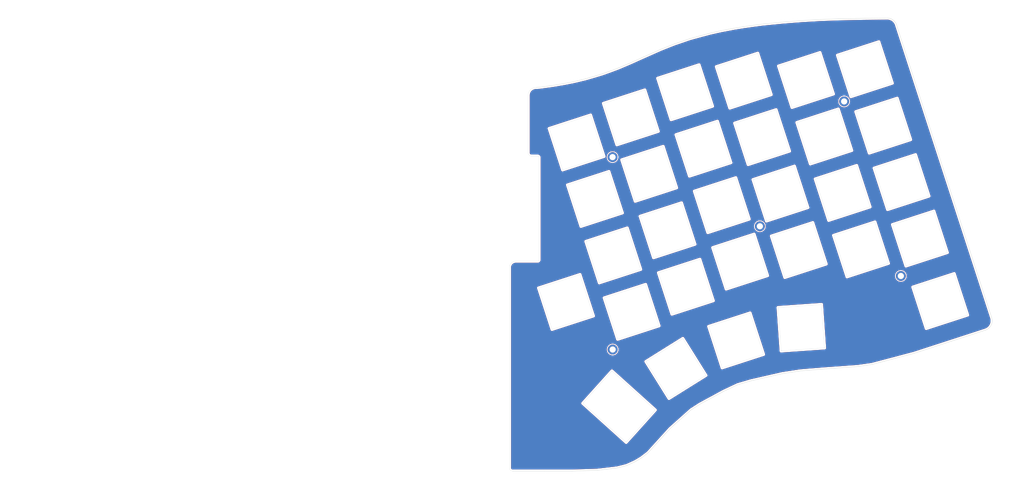
<source format=kicad_pcb>
(kicad_pcb (version 20211014) (generator pcbnew)
  (layers (0 "F.Cu" signal) (31 "B.Cu" signal) (34 "B.Paste" user) (35 "F.Paste" user) (36 "B.SilkS" user "B.Silkscreen") (37 "F.SilkS" user "F.Silkscreen") (38 "B.Mask" user) (39 "F.Mask" user) (44 "Edge.Cuts" user))
  (net 0 "")
  (footprint "" (layer "F.Cu") (at 276.673654 101.543586 18)
    (fp_text reference "" (at 0 0 18) (layer "F.SilkS") (effects (font (size 1.27 1.27))))
    (fp_text value "" (at 0 0 18) (layer "F.SilkS") (effects (font (size 1.27 1.27))))
    (pad "" thru_hole circle locked (at 0 0 90) (size 3.2 3.2) (drill 2) (layers *.Cu *.Mask "Dwgs.User") (clearance 0.3))
  )
  (footprint "" (layer "F.Cu") (at 231.43145 85.596597 18)
    (fp_text reference "" (at 0 0 18) (layer "F.SilkS") (effects (font (size 1.27 1.27))))
    (fp_text value "" (at 0 0 18) (layer "F.SilkS") (effects (font (size 1.27 1.27))))
    (pad "" thru_hole circle locked (at 0 0 90) (size 3.2 3.2) (drill 2) (layers *.Cu *.Mask "Dwgs.User") (clearance 0.3))
  )
  (footprint "" (layer "F.Cu") (at 184.158496 63.399594 18)
    (fp_text reference "" (at 0 0 18) (layer "F.SilkS") (effects (font (size 1.27 1.27))))
    (fp_text value "" (at 0 0 18) (layer "F.SilkS") (effects (font (size 1.27 1.27))))
    (pad "" thru_hole circle locked (at 0 0 90) (size 3.2 3.2) (drill 2) (layers *.Cu *.Mask "Dwgs.User") (clearance 0.3))
  )
  (footprint "" (layer "F.Cu") (at 184.191755 125.14905 18)
    (fp_text reference "" (at 0 0 18) (layer "F.SilkS") (effects (font (size 1.27 1.27))))
    (fp_text value "" (at 0 0 18) (layer "F.SilkS") (effects (font (size 1.27 1.27))))
    (pad "" thru_hole circle locked (at 0 0 90) (size 3.2 3.2) (drill 2) (layers *.Cu *.Mask "Dwgs.User") (clearance 0.3))
  )
  (footprint "" (layer "F.Cu") (at 258.47371 45.529926 18)
    (fp_text reference "" (at 0 0 18) (layer "F.SilkS") (effects (font (size 1.27 1.27))))
    (fp_text value "" (at 0 0 18) (layer "F.SilkS") (effects (font (size 1.27 1.27))))
    (pad "" thru_hole circle locked (at 0 0 90) (size 3.2 3.2) (drill 2) (layers *.Cu *.Mask "Dwgs.User") (clearance 0.3))
  )
  (gr_arc (start 160.598086 96.309413) (mid 160.451639 96.662966) (end 160.098086 96.809413) (layer "Edge.Cuts") (width 0.05))
  (gr_line (start 209.345503 144.498694) (end 212.190288 142.669898) (layer "Edge.Cuts") (width 0.099999))
  (gr_line (start 224.306103 136.421502) (end 228.624707 135.154153) (layer "Edge.Cuts") (width 0.099999))
  (gr_line (start 204.05419 27.075203) (end 209.074936 25.366074) (layer "Edge.Cuts") (width 0.099999))
  (gr_line (start 197.30791 95.698262) (end 210.622701 91.372023) (layer "Edge.Cuts") (width 0.05))
  (gr_line (start 185.619154 163.129621) (end 179.28575 163.87946) (layer "Edge.Cuts") (width 0.1))
  (gr_line (start 232.668396 20.688384) (end 238.873249 20.079605) (layer "Edge.Cuts") (width 0.099999))
  (gr_line (start 197.894344 144.554214) (end 188.526516 154.958242) (layer "Edge.Cuts") (width 0.05))
  (gr_line (start 273.138746 18.896265) (end 273.545147 19.048669) (layer "Edge.Cuts") (width 0.099999))
  (gr_line (start 229.594452 88.113966) (end 216.27966 92.440206) (layer "Edge.Cuts") (width 0.05))
  (gr_line (start 237.262013 111.649132) (end 251.22791 110.672541) (layer "Edge.Cuts") (width 0.05))
  (gr_line (start 206.714171 121.574728) (end 214.133041 133.447402) (layer "Edge.Cuts") (width 0.05))
  (gr_line (start 191.308769 161.17383) (end 193.288505 160.003494) (layer "Edge.Cuts") (width 0.099999))
  (gr_line (start 188.886775 86.117625) (end 175.571983 90.443865) (layer "Edge.Cuts") (width 0.05))
  (gr_arc (start 152.098086 164.133462) (mid 151.390979 163.840569) (end 151.098086 163.133462) (layer "Edge.Cuts") (width 0.05))
  (gr_line (start 256.754244 19.042683) (end 264.88143 18.871757) (layer "Edge.Cuts") (width 0.099999))
  (gr_line (start 244.955856 19.602394) (end 250.916187 19.256758) (layer "Edge.Cuts") (width 0.099999))
  (gr_line (start 198.868445 100.501095) (end 203.194682 113.815887) (layer "Edge.Cuts") (width 0.05))
  (gr_line (start 298.126512 114.085116) (end 293.800276 100.770323) (layer "Edge.Cuts") (width 0.05))
  (gr_line (start 232.629826 126.712533) (end 228.30359 113.39774) (layer "Edge.Cuts") (width 0.05))
  (gr_line (start 236.644944 48.166052) (end 223.330152 52.492292) (layer "Edge.Cuts") (width 0.05))
  (gr_line (start 204.506113 56.204951) (end 208.83235 69.519743) (layer "Edge.Cuts") (width 0.05))
  (gr_line (start 168.124672 67.523403) (end 181.439463 63.197164) (layer "Edge.Cuts") (width 0.05))
  (gr_line (start 169.685208 72.326235) (end 174.011445 85.641027) (layer "Edge.Cuts") (width 0.05))
  (gr_line (start 230.758171 30.048428) (end 217.443379 34.374668) (layer "Edge.Cuts") (width 0.05))
  (gr_line (start 249.179263 70.400577) (end 253.5055 83.715369) (layer "Edge.Cuts") (width 0.05))
  (gr_line (start 216.260368 47.07588) (end 211.934132 33.761087) (layer "Edge.Cuts") (width 0.05))
  (gr_line (start 273.968563 85.047109) (end 278.2948 98.361901) (layer "Edge.Cuts") (width 0.05))
  (gr_line (start 262.494055 66.074337) (end 249.179263 70.400577) (layer "Edge.Cuts") (width 0.05))
  (gr_line (start 227.656389 65.807084) (end 240.97118 61.480845) (layer "Edge.Cuts") (width 0.05))
  (gr_arc (start 158.098086 63.059413) (mid 157.390979 62.76652) (end 157.098086 62.059413) (layer "Edge.Cuts") (width 0.05))
  (gr_line (start 243.292488 52.282947) (end 247.618725 65.597739) (layer "Edge.Cuts") (width 0.05))
  (gr_line (start 178.50798 37.416251) (end 180.896085 36.693261) (layer "Edge.Cuts") (width 0.099999))
  (gr_line (start 255.066035 88.518202) (end 259.392272 101.832994) (layer "Edge.Cuts") (width 0.05))
  (gr_line (start 189.541511 33.326198) (end 193.542278 31.527389) (layer "Edge.Cuts") (width 0.099999))
  (gr_line (start 229.216927 70.609922) (end 233.543164 83.924714) (layer "Edge.Cuts") (width 0.05))
  (gr_line (start 238.238604 125.615029) (end 237.262013 111.649132) (layer "Edge.Cuts") (width 0.05))
  (gr_line (start 183 67.999995) (end 169.685208 72.326235) (layer "Edge.Cuts") (width 0.05))
  (gr_line (start 222.147141 65.193504) (end 217.820905 51.878711) (layer "Edge.Cuts") (width 0.05))
  (gr_line (start 260.63448 44.009022) (end 273.949271 39.682783) (layer "Edge.Cuts") (width 0.05))
  (gr_line (start 259.392272 101.832994) (end 272.707063 97.506755) (layer "Edge.Cuts") (width 0.05))
  (gr_line (start 273.951552 19.251863) (end 274.307174 19.505863) (layer "Edge.Cuts") (width 0.099999))
  (gr_line (start 229.885576 21.044598) (end 232.668396 20.688384) (layer "Edge.Cuts") (width 0.099999))
  (gr_line (start 183.951089 131.999653) (end 197.894344 144.554214) (layer "Edge.Cuts") (width 0.05))
  (gr_line (start 284.811721 118.411355) (end 298.126512 114.085116) (layer "Edge.Cuts") (width 0.05))
  (gr_line (start 299.00232 120.47113) (end 303.729643 118.935131) (layer "Edge.Cuts") (width 0.1))
  (gr_arc (start 157.098086 43.559413) (mid 157.830319 41.791646) (end 159.598086 41.059413) (layer "Edge.Cuts") (width 0.05))
  (gr_line (start 193.213011 99.432418) (end 188.886775 86.117625) (layer "Edge.Cuts") (width 0.05))
  (gr_line (start 162.267749 164.133461) (end 152.098086 164.133462) (layer "Edge.Cuts") (width 0.1))
  (gr_line (start 252.246108 131.341498) (end 244.499278 131.978813) (layer "Edge.Cuts") (width 0.099999))
  (gr_line (start 179.89822 103.758657) (end 193.213011 99.432418) (layer "Edge.Cuts") (width 0.05))
  (gr_line (start 272.707063 97.506755) (end 268.380827 84.191962) (layer "Edge.Cuts") (width 0.05))
  (gr_line (start 238.657086 132.865501) (end 228.624707 135.154153) (layer "Edge.Cuts") (width 0.099999))
  (gr_line (start 263.001278 130.556813) (end 267.422692 129.913905) (layer "Edge.Cuts") (width 0.1))
  (gr_line (start 198.849153 55.136769) (end 194.522917 41.821976) (layer "Edge.Cuts") (width 0.05))
  (gr_line (start 226.218995 21.5603) (end 229.885576 21.044598) (layer "Edge.Cuts") (width 0.099999))
  (gr_line (start 281.396583 62.603244) (end 268.081791 66.929484) (layer "Edge.Cuts") (width 0.05))
  (gr_line (start 214.988798 117.72398) (end 219.315035 131.038772) (layer "Edge.Cuts") (width 0.05))
  (gr_line (start 202.589078 150.518485) (end 205.637096 147.800696) (layer "Edge.Cuts") (width 0.099999))
  (gr_line (start 237.405715 34.165323) (end 241.731952 47.480115) (layer "Edge.Cuts") (width 0.05))
  (gr_line (start 185.784992 121.876282) (end 199.099783 117.550043) (layer "Edge.Cuts") (width 0.05))
  (gr_line (start 298.717855 93.14477) (end 305.801121 114.944822) (layer "Edge.Cuts") (width 0.1))
  (gr_line (start 175.571983 90.443865) (end 179.89822 103.758657) (layer "Edge.Cuts") (width 0.05))
  (gr_line (start 216.27966 92.440206) (end 220.605897 105.754998) (layer "Edge.Cuts") (width 0.05))
  (gr_line (start 253.5055 83.715369) (end 266.820291 79.38913) (layer "Edge.Cuts") (width 0.05))
  (gr_line (start 193.288505 160.003494) (end 195.525152 158.303622) (layer "Edge.Cuts") (width 0.099999))
  (gr_line (start 246.857955 79.598475) (end 242.531719 66.283682) (layer "Edge.Cuts") (width 0.05))
  (gr_line (start 188.667166 162.36763) (end 191.308769 161.17383) (layer "Edge.Cuts") (width 0.099999))
  (gr_line (start 173.712534 101.063211) (end 160.397742 105.389451) (layer "Edge.Cuts") (width 0.05))
  (gr_line (start 293.800276 100.770323) (end 280.485484 105.096563) (layer "Edge.Cuts") (width 0.05))
  (gr_line (start 188.526516 154.958242) (end 174.583261 142.403681) (layer "Edge.Cuts") (width 0.05))
  (gr_line (start 274.561139 19.759869) (end 274.815168 20.064663) (layer "Edge.Cuts") (width 0.099999))
  (gr_line (start 217.820905 51.878711) (end 204.506113 56.204951) (layer "Edge.Cuts") (width 0.05))
  (gr_line (start 274.815168 20.064663) (end 275.018323 20.369465) (layer "Edge.Cuts") (width 0.099999))
  (gr_line (start 197.29387 29.864799) (end 199.794944 28.756408) (layer "Edge.Cuts") (width 0.099999))
  (gr_line (start 223.187 22.052735) (end 226.218995 21.5603) (layer "Edge.Cuts") (width 0.099999))
  (gr_line (start 264.88143 18.871757) (end 269.83579 18.817178) (layer "Edge.Cuts") (width 0.099999))
  (gr_arc (start 305.801121 114.944822) (mid 305.602753 117.374678) (end 303.729643 118.935131) (layer "Edge.Cuts") (width 0.1))
  (gr_line (start 187.326236 81.314788) (end 183 67.999995) (layer "Edge.Cuts") (width 0.05))
  (gr_line (start 268.081791 66.929484) (end 272.408028 80.244276) (layer "Edge.Cuts") (width 0.05))
  (gr_line (start 210.392888 74.322581) (end 214.719125 87.637373) (layer "Edge.Cuts") (width 0.05))
  (gr_line (start 179.28575 163.87946) (end 171.157747 164.133462) (layer "Edge.Cuts") (width 0.1))
  (gr_line (start 202.589078 150.518485) (end 195.525152 158.303622) (layer "Edge.Cuts") (width 0.1))
  (gr_line (start 202.260367 140.866272) (end 194.841497 128.993598) (layer "Edge.Cuts") (width 0.05))
  (gr_line (start 239.429936 102.042339) (end 252.744727 97.7161) (layer "Edge.Cuts") (width 0.05))
  (gr_line (start 280.485484 105.096563) (end 284.811721 118.411355) (layer "Edge.Cuts") (width 0.05))
  (gr_line (start 168.556173 39.814535) (end 171.71043 39.190532) (layer "Edge.Cuts") (width 0.099999))
  (gr_line (start 205.637096 147.800696) (end 209.345503 144.498694) (layer "Edge.Cuts") (width 0.099999))
  (gr_line (start 151.098086 98.809413) (end 151.098086 163.133462) (layer "Edge.Cuts") (width 0.05))
  (gr_line (start 210.622701 91.372023) (end 206.296465 78.05723) (layer "Edge.Cuts") (width 0.05))
  (gr_line (start 212.8498 24.338059) (end 215.61866 23.601103) (layer "Edge.Cuts") (width 0.099999))
  (gr_line (start 157.098086 62.059413) (end 157.098086 43.559413) (layer "Edge.Cuts") (width 0.05))
  (gr_line (start 275.509808 44.485614) (end 262.195016 48.811854) (layer "Edge.Cuts") (width 0.05))
  (gr_line (start 275.018323 20.369465) (end 275.170759 20.674264) (layer "Edge.Cuts") (width 0.099999))
  (gr_line (start 199.794944 28.756408) (end 201.924568 27.915804) (layer "Edge.Cuts") (width 0.099999))
  (gr_line (start 223.330152 52.492292) (end 227.656389 65.807084) (layer "Edge.Cuts") (width 0.05))
  (gr_line (start 235.103699 88.727547) (end 239.429936 102.042339) (layer "Edge.Cuts") (width 0.05))
  (gr_line (start 202.945577 51.402119) (end 216.260368 47.07588) (layer "Edge.Cuts") (width 0.05))
  (gr_line (start 219.022104 22.840879) (end 223.187 22.052735) (layer "Edge.Cuts") (width 0.099999))
  (gr_line (start 221.769616 47.68946) (end 235.084407 43.363221) (layer "Edge.Cuts") (width 0.05))
  (gr_line (start 252.744727 97.7161) (end 248.418491 84.401307) (layer "Edge.Cuts") (width 0.05))
  (gr_line (start 160.598086 63.559413) (end 160.598086 96.309413) (layer "Edge.Cuts") (width 0.05))
  (gr_line (start 235.084407 43.363221) (end 230.758171 30.048428) (layer "Edge.Cuts") (width 0.05))
  (gr_line (start 262.195016 48.811854) (end 266.521253 62.126646) (layer "Edge.Cuts") (width 0.05))
  (gr_line (start 273.545147 19.048669) (end 273.951552 19.251863) (layer "Edge.Cuts") (width 0.099999))
  (gr_line (start 223.70768 69.996341) (end 210.392888 74.322581) (layer "Edge.Cuts") (width 0.05))
  (gr_line (start 272.408028 80.244276) (end 285.722819 75.918037) (layer "Edge.Cuts") (width 0.05))
  (gr_line (start 163.798435 54.208611) (end 168.124672 67.523403) (layer "Edge.Cuts") (width 0.05))
  (gr_line (start 177.113227 49.882371) (end 163.798435 54.208611) (layer "Edge.Cuts") (width 0.05))
  (gr_arc (start 160.098086 63.059413) (mid 160.451639 63.20586) (end 160.598086 63.559413) (layer "Edge.Cuts") (width 0.05))
  (gr_line (start 203.194682 113.815887) (end 216.509473 109.489648) (layer "Edge.Cuts") (width 0.05))
  (gr_line (start 242.531719 66.283682) (end 229.216927 70.609922) (layer "Edge.Cuts") (width 0.05))
  (gr_line (start 194.773547 104.23525) (end 181.458755 108.56149) (layer "Edge.Cuts") (width 0.05))
  (gr_line (start 269.83579 18.817178) (end 272.529157 18.794663) (layer "Edge.Cuts") (width 0.099999))
  (gr_line (start 175.489945 38.28943) (end 178.50798 37.416251) (layer "Edge.Cuts") (width 0.099999))
  (gr_line (start 192.981673 82.38347) (end 197.30791 95.698262) (layer "Edge.Cuts") (width 0.05))
  (gr_line (start 171.71043 39.190532) (end 175.489945 38.28943) (layer "Edge.Cuts") (width 0.099999))
  (gr_line (start 208.83235 69.519743) (end 222.147141 65.193504) (layer "Edge.Cuts") (width 0.05))
  (gr_line (start 228.30359 113.39774) (end 214.988798 117.72398) (layer "Edge.Cuts") (width 0.05))
  (gr_line (start 185.619154 163.129621) (end 188.667166 162.36763) (layer "Edge.Cuts") (width 0.099999))
  (gr_line (start 178.03877 114.378004) (end 173.712534 101.063211) (layer "Edge.Cuts") (width 0.05))
  (gr_line (start 219.734082 138.580498) (end 224.306103 136.421502) (layer "Edge.Cuts") (width 0.099999))
  (gr_line (start 204.735926 73.254393) (end 200.40969 59.9396) (layer "Edge.Cuts") (width 0.05))
  (gr_line (start 275.170759 20.674264) (end 298.717855 93.14477) (layer "Edge.Cuts") (width 0.1))
  (gr_line (start 269.623035 26.36799) (end 256.308243 30.69423) (layer "Edge.Cuts") (width 0.05))
  (gr_line (start 260.933516 61.2715) (end 256.60728 47.956707) (layer "Edge.Cuts") (width 0.05))
  (gr_line (start 233.543164 83.924714) (end 246.857955 79.598475) (layer "Edge.Cuts") (width 0.05))
  (gr_line (start 214.133041 133.447402) (end 202.260367 140.866272) (layer "Edge.Cuts") (width 0.05))
  (gr_arc (start 151.098086 98.809413) (mid 151.683872 97.395199) (end 153.098086 96.809413) (layer "Edge.Cuts") (width 0.05))
  (gr_line (start 247.618725 65.597739) (end 260.933516 61.2715) (layer "Edge.Cuts") (width 0.05))
  (gr_line (start 187.094898 64.26584) (end 191.421135 77.580632) (layer "Edge.Cuts") (width 0.05))
  (gr_line (start 255.046743 43.153876) (end 250.720507 29.839083) (layer "Edge.Cuts") (width 0.05))
  (gr_line (start 209.074936 25.366074) (end 212.8498 24.338059) (layer "Edge.Cuts") (width 0.099999))
  (gr_line (start 160.098086 96.809413) (end 153.098086 96.809413) (layer "Edge.Cuts") (width 0.05))
  (gr_line (start 266.521253 62.126646) (end 279.836044 57.800407) (layer "Edge.Cuts") (width 0.05))
  (gr_line (start 256.308243 30.69423) (end 260.63448 44.009022) (layer "Edge.Cuts") (width 0.05))
  (gr_line (start 220.605897 105.754998) (end 233.920688 101.428759) (layer "Edge.Cuts") (width 0.05))
  (gr_line (start 255.421281 131.116812) (end 263.001278 130.556813) (layer "Edge.Cuts") (width 0.1))
  (gr_line (start 250.916187 19.256758) (end 256.754244 19.042683) (layer "Edge.Cuts") (width 0.099999))
  (gr_line (start 160.397742 105.389451) (end 164.723979 118.704243) (layer "Edge.Cuts") (width 0.05))
  (gr_line (start 180.896085 36.693261) (end 183.655623 35.702472) (layer "Edge.Cuts") (width 0.099999))
  (gr_line (start 291.609591 94.035662) (end 287.283355 80.720869) (layer "Edge.Cuts") (width 0.05))
  (gr_line (start 199.099783 117.550043) (end 194.773547 104.23525) (layer "Edge.Cuts") (width 0.05))
  (gr_line (start 238.873249 20.079605) (end 244.955856 19.602394) (layer "Edge.Cuts") (width 0.099999))
  (gr_line (start 287.283355 80.720869) (end 273.968563 85.047109) (layer "Edge.Cuts") (width 0.05))
  (gr_line (start 211.934132 33.761087) (end 198.61934 38.087327) (layer "Edge.Cuts") (width 0.05))
  (gr_line (start 250.720507 29.839083) (end 237.405715 34.165323) (layer "Edge.Cuts") (width 0.05))
  (gr_line (start 160.846943 40.986817) (end 164.640436 40.466463) (layer "Edge.Cuts") (width 0.099999))
  (gr_line (start 171.157747 164.133462) (end 162.267749 164.133461) (layer "Edge.Cuts") (width 0.1))
  (gr_line (start 267.422692 129.913905) (end 280.884693 126.357906) (layer "Edge.Cuts") (width 0.1))
  (gr_line (start 278.2948 98.361901) (end 291.609591 94.035662) (layer "Edge.Cuts") (width 0.05))
  (gr_line (start 272.529157 18.794663) (end 273.138746 18.896265) (layer "Edge.Cuts") (width 0.099999))
  (gr_line (start 219.315035 131.038772) (end 232.629826 126.712533) (layer "Edge.Cuts") (width 0.05))
  (gr_line (start 240.97118 61.480845) (end 236.644944 48.166052) (layer "Edge.Cuts") (width 0.05))
  (gr_line (start 219.734082 138.580498) (end 212.190288 142.669898) (layer "Edge.Cuts") (width 0.099999))
  (gr_line (start 252.246108 131.341498) (end 255.421281 131.116812) (layer "Edge.Cuts") (width 0.099999))
  (gr_line (start 193.542278 31.527389) (end 197.29387 29.864799) (layer "Edge.Cuts") (width 0.099999))
  (gr_line (start 159.598086 41.059413) (end 160.846943 40.986817) (layer "Edge.Cuts") (width 0.099999))
  (gr_line (start 174.011445 85.641027) (end 187.326236 81.314788) (layer "Edge.Cuts") (width 0.05))
  (gr_line (start 206.296465 78.05723) (end 192.981673 82.38347) (layer "Edge.Cuts") (width 0.05))
  (gr_line (start 266.820291 79.38913) (end 262.494055 66.074337) (layer "Edge.Cuts") (width 0.05))
  (gr_line (start 274.307174 19.505863) (end 274.561139 19.759869) (layer "Edge.Cuts") (width 0.099999))
  (gr_line (start 194.841497 128.993598) (end 206.714171 121.574728) (layer "Edge.Cuts") (width 0.05))
  (gr_line (start 181.208125 46.148216) (end 185.534362 59.463008) (layer "Edge.Cuts") (width 0.05))
  (gr_line (start 285.722819 75.918037) (end 281.396583 62.603244) (layer "Edge.Cuts") (width 0.05))
  (gr_line (start 164.640436 40.466463) (end 168.556173 39.814535) (layer "Edge.Cuts") (width 0.099999))
  (gr_line (start 268.380827 84.191962) (end 255.066035 88.518202) (layer "Edge.Cuts") (width 0.05))
  (gr_line (start 252.204501 124.638438) (end 238.238604 125.615029) (layer "Edge.Cuts") (width 0.05))
  (gr_line (start 256.60728 47.956707) (end 243.292488 52.282947) (layer "Edge.Cuts") (width 0.05))
  (gr_line (start 217.443379 34.374668) (end 221.769616 47.68946) (layer "Edge.Cuts") (width 0.05))
  (gr_line (start 280.884693 126.357906) (end 299.00232 120.47113) (layer "Edge.Cuts") (width 0.1))
  (gr_line (start 191.421135 77.580632) (end 204.735926 73.254393) (layer "Edge.Cuts") (width 0.05))
  (gr_line (start 279.836044 57.800407) (end 275.509808 44.485614) (layer "Edge.Cuts") (width 0.05))
  (gr_line (start 181.439463 63.197164) (end 177.113227 49.882371) (layer "Edge.Cuts") (width 0.05))
  (gr_line (start 228.033916 83.311134) (end 223.70768 69.996341) (layer "Edge.Cuts") (width 0.05))
  (gr_line (start 248.418491 84.401307) (end 235.103699 88.727547) (layer "Edge.Cuts") (width 0.05))
  (gr_line (start 194.522917 41.821976) (end 181.208125 46.148216) (layer "Edge.Cuts") (width 0.05))
  (gr_line (start 185.534362 59.463008) (end 198.849153 55.136769) (layer "Edge.Cuts") (width 0.05))
  (gr_line (start 174.583261 142.403681) (end 183.951089 131.999653) (layer "Edge.Cuts") (width 0.05))
  (gr_line (start 164.723979 118.704243) (end 178.03877 114.378004) (layer "Edge.Cuts") (width 0.05))
  (gr_line (start 233.920688 101.428759) (end 229.594452 88.113966) (layer "Edge.Cuts") (width 0.05))
  (gr_line (start 241.731952 47.480115) (end 255.046743 43.153876) (layer "Edge.Cuts") (width 0.05))
  (gr_line (start 244.499278 131.978813) (end 238.657086 132.865501) (layer "Edge.Cuts") (width 0.099999))
  (gr_line (start 201.924568 27.915804) (end 204.05419 27.075203) (layer "Edge.Cuts") (width 0.099999))
  (gr_line (start 198.61934 38.087327) (end 202.945577 51.402119) (layer "Edge.Cuts") (width 0.05))
  (gr_line (start 185.912176 34.857219) (end 189.541511 33.326198) (layer "Edge.Cuts") (width 0.099999))
  (gr_line (start 158.098086 63.059413) (end 160.098086 63.059413) (layer "Edge.Cuts") (width 0.05))
  (gr_line (start 181.458755 108.56149) (end 185.784992 121.876282) (layer "Edge.Cuts") (width 0.05))
  (gr_line (start 183.655623 35.702472) (end 185.912176 34.857219) (layer "Edge.Cuts") (width 0.099999))
  (gr_line (start 200.40969 59.9396) (end 187.094898 64.26584) (layer "Edge.Cuts") (width 0.05))
  (gr_line (start 273.949271 39.682783) (end 269.623035 26.36799) (layer "Edge.Cuts") (width 0.05))
  (gr_line (start 215.61866 23.601103) (end 219.022104 22.840879) (layer "Edge.Cuts") (width 0.099999))
  (gr_line (start 216.509473 109.489648) (end 212.183237 96.174855) (layer "Edge.Cuts") (width 0.05))
  (gr_line (start 214.719125 87.637373) (end 228.033916 83.311134) (layer "Edge.Cuts") (width 0.05))
  (gr_line (start 251.22791 110.672541) (end 252.204501 124.638438) (layer "Edge.Cuts") (width 0.05))
  (gr_line (start 212.183237 96.174855) (end 198.868445 100.501095) (layer "Edge.Cuts") (width 0.05))
  (zone locked (net 0) (net_name "") (layer "F.Cu") (connect_pads (clearance 0.508)) (min_thickness 0.254) (fill yes (thermal_gap 0.508) (thermal_bridge_width 0.508))
    (polygon (pts (xy 316.198086 124.903163) (xy 243.173086 146.334413) (xy 193.166836 167.765663) (xy 112.998087 167.765663) (xy 67.758258 143.24325) (xy -12.41049 128.161999) (xy 23.304337 12.984412) (xy 151.098087 17.746911) (xy 278.891837 12.984413)))
  )
  (zone locked (net 0) (net_name "") (layer "B.Cu") (connect_pads (clearance 0.508)) (min_thickness 0.254) (fill yes (thermal_gap 0.508) (thermal_bridge_width 0.508))
    (polygon (pts (xy 314.610587 124.903163) (xy 245.554338 145.540662) (xy 193.166837 168.559414) (xy 113.791838 168.559414) (xy 69.341838 142.365662) (xy -10.826915 127.284413) (xy 24.891838 14.571913) (xy 70.929336 17.746914) (xy 103.473087 26.478163) (xy 124.110587 35.209413) (xy 150.304337 39.178162) (xy 184.435588 32.828163) (xy 205.866837 24.096913) (xy 232.854337 18.540663) (xy 275.716837 16.159414)))
  )
)
</source>
